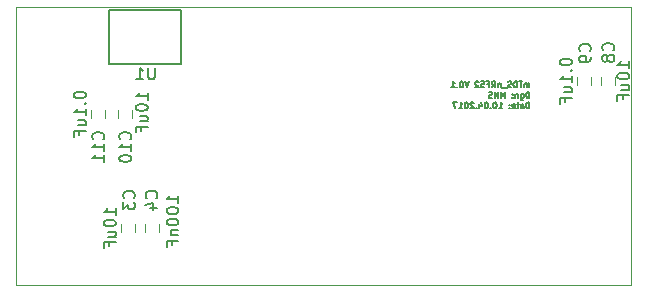
<source format=gbr>
G04 #@! TF.FileFunction,Legend,Bot*
%FSLAX46Y46*%
G04 Gerber Fmt 4.6, Leading zero omitted, Abs format (unit mm)*
G04 Created by KiCad (PCBNEW 4.0.3-stable) date 10/04/17 18:30:16*
%MOMM*%
%LPD*%
G01*
G04 APERTURE LIST*
%ADD10C,0.152400*%
%ADD11C,0.025400*%
%ADD12C,0.127000*%
%ADD13C,0.120000*%
%ADD14C,0.150000*%
G04 APERTURE END LIST*
D10*
D11*
X200025000Y-81915000D02*
X147955000Y-81915000D01*
X200025000Y-105410000D02*
X200025000Y-81915000D01*
X147955000Y-105410000D02*
X200025000Y-105410000D01*
X147955000Y-81915000D02*
X147955000Y-105410000D01*
D12*
X191458548Y-88685310D02*
X191458548Y-88346643D01*
X191458548Y-88395024D02*
X191434357Y-88370833D01*
X191385976Y-88346643D01*
X191313405Y-88346643D01*
X191265024Y-88370833D01*
X191240833Y-88419214D01*
X191240833Y-88685310D01*
X191240833Y-88419214D02*
X191216643Y-88370833D01*
X191168262Y-88346643D01*
X191095690Y-88346643D01*
X191047310Y-88370833D01*
X191023119Y-88419214D01*
X191023119Y-88685310D01*
X190853786Y-88177310D02*
X190563500Y-88177310D01*
X190708643Y-88685310D02*
X190708643Y-88177310D01*
X190394167Y-88685310D02*
X190394167Y-88177310D01*
X190273214Y-88177310D01*
X190200643Y-88201500D01*
X190152262Y-88249881D01*
X190128071Y-88298262D01*
X190103881Y-88395024D01*
X190103881Y-88467595D01*
X190128071Y-88564357D01*
X190152262Y-88612738D01*
X190200643Y-88661119D01*
X190273214Y-88685310D01*
X190394167Y-88685310D01*
X189910357Y-88661119D02*
X189837786Y-88685310D01*
X189716833Y-88685310D01*
X189668452Y-88661119D01*
X189644262Y-88636929D01*
X189620071Y-88588548D01*
X189620071Y-88540167D01*
X189644262Y-88491786D01*
X189668452Y-88467595D01*
X189716833Y-88443405D01*
X189813595Y-88419214D01*
X189861976Y-88395024D01*
X189886167Y-88370833D01*
X189910357Y-88322452D01*
X189910357Y-88274071D01*
X189886167Y-88225690D01*
X189861976Y-88201500D01*
X189813595Y-88177310D01*
X189692643Y-88177310D01*
X189620071Y-88201500D01*
X189523309Y-88733690D02*
X189136261Y-88733690D01*
X189015309Y-88346643D02*
X189015309Y-88685310D01*
X189015309Y-88395024D02*
X188991118Y-88370833D01*
X188942737Y-88346643D01*
X188870166Y-88346643D01*
X188821785Y-88370833D01*
X188797594Y-88419214D01*
X188797594Y-88685310D01*
X188265404Y-88685310D02*
X188434737Y-88443405D01*
X188555690Y-88685310D02*
X188555690Y-88177310D01*
X188362166Y-88177310D01*
X188313785Y-88201500D01*
X188289594Y-88225690D01*
X188265404Y-88274071D01*
X188265404Y-88346643D01*
X188289594Y-88395024D01*
X188313785Y-88419214D01*
X188362166Y-88443405D01*
X188555690Y-88443405D01*
X187878356Y-88419214D02*
X188047690Y-88419214D01*
X188047690Y-88685310D02*
X188047690Y-88177310D01*
X187805785Y-88177310D01*
X187370356Y-88177310D02*
X187612261Y-88177310D01*
X187636451Y-88419214D01*
X187612261Y-88395024D01*
X187563880Y-88370833D01*
X187442927Y-88370833D01*
X187394546Y-88395024D01*
X187370356Y-88419214D01*
X187346165Y-88467595D01*
X187346165Y-88588548D01*
X187370356Y-88636929D01*
X187394546Y-88661119D01*
X187442927Y-88685310D01*
X187563880Y-88685310D01*
X187612261Y-88661119D01*
X187636451Y-88636929D01*
X187152641Y-88225690D02*
X187128451Y-88201500D01*
X187080070Y-88177310D01*
X186959117Y-88177310D01*
X186910736Y-88201500D01*
X186886546Y-88225690D01*
X186862355Y-88274071D01*
X186862355Y-88322452D01*
X186886546Y-88395024D01*
X187176832Y-88685310D01*
X186862355Y-88685310D01*
X186330164Y-88177310D02*
X186160831Y-88685310D01*
X185991497Y-88177310D01*
X185725402Y-88177310D02*
X185677021Y-88177310D01*
X185628640Y-88201500D01*
X185604449Y-88225690D01*
X185580259Y-88274071D01*
X185556068Y-88370833D01*
X185556068Y-88491786D01*
X185580259Y-88588548D01*
X185604449Y-88636929D01*
X185628640Y-88661119D01*
X185677021Y-88685310D01*
X185725402Y-88685310D01*
X185773783Y-88661119D01*
X185797973Y-88636929D01*
X185822164Y-88588548D01*
X185846354Y-88491786D01*
X185846354Y-88370833D01*
X185822164Y-88274071D01*
X185797973Y-88225690D01*
X185773783Y-88201500D01*
X185725402Y-88177310D01*
X185338354Y-88636929D02*
X185314163Y-88661119D01*
X185338354Y-88685310D01*
X185362544Y-88661119D01*
X185338354Y-88636929D01*
X185338354Y-88685310D01*
X184830353Y-88685310D02*
X185120639Y-88685310D01*
X184975496Y-88685310D02*
X184975496Y-88177310D01*
X185023877Y-88249881D01*
X185072258Y-88298262D01*
X185120639Y-88322452D01*
X191458548Y-89574310D02*
X191458548Y-89066310D01*
X191337595Y-89066310D01*
X191265024Y-89090500D01*
X191216643Y-89138881D01*
X191192452Y-89187262D01*
X191168262Y-89284024D01*
X191168262Y-89356595D01*
X191192452Y-89453357D01*
X191216643Y-89501738D01*
X191265024Y-89550119D01*
X191337595Y-89574310D01*
X191458548Y-89574310D01*
X190732833Y-89235643D02*
X190732833Y-89646881D01*
X190757024Y-89695262D01*
X190781214Y-89719452D01*
X190829595Y-89743643D01*
X190902167Y-89743643D01*
X190950548Y-89719452D01*
X190732833Y-89550119D02*
X190781214Y-89574310D01*
X190877976Y-89574310D01*
X190926357Y-89550119D01*
X190950548Y-89525929D01*
X190974738Y-89477548D01*
X190974738Y-89332405D01*
X190950548Y-89284024D01*
X190926357Y-89259833D01*
X190877976Y-89235643D01*
X190781214Y-89235643D01*
X190732833Y-89259833D01*
X190490929Y-89235643D02*
X190490929Y-89574310D01*
X190490929Y-89284024D02*
X190466738Y-89259833D01*
X190418357Y-89235643D01*
X190345786Y-89235643D01*
X190297405Y-89259833D01*
X190273214Y-89308214D01*
X190273214Y-89574310D01*
X190031310Y-89525929D02*
X190007119Y-89550119D01*
X190031310Y-89574310D01*
X190055500Y-89550119D01*
X190031310Y-89525929D01*
X190031310Y-89574310D01*
X190031310Y-89259833D02*
X190007119Y-89284024D01*
X190031310Y-89308214D01*
X190055500Y-89284024D01*
X190031310Y-89259833D01*
X190031310Y-89308214D01*
X189402357Y-89574310D02*
X189402357Y-89066310D01*
X189233023Y-89429167D01*
X189063690Y-89066310D01*
X189063690Y-89574310D01*
X188821786Y-89574310D02*
X188821786Y-89066310D01*
X188531500Y-89574310D01*
X188531500Y-89066310D01*
X188313786Y-89550119D02*
X188241215Y-89574310D01*
X188120262Y-89574310D01*
X188071881Y-89550119D01*
X188047691Y-89525929D01*
X188023500Y-89477548D01*
X188023500Y-89429167D01*
X188047691Y-89380786D01*
X188071881Y-89356595D01*
X188120262Y-89332405D01*
X188217024Y-89308214D01*
X188265405Y-89284024D01*
X188289596Y-89259833D01*
X188313786Y-89211452D01*
X188313786Y-89163071D01*
X188289596Y-89114690D01*
X188265405Y-89090500D01*
X188217024Y-89066310D01*
X188096072Y-89066310D01*
X188023500Y-89090500D01*
X191458548Y-90463310D02*
X191458548Y-89955310D01*
X191337595Y-89955310D01*
X191265024Y-89979500D01*
X191216643Y-90027881D01*
X191192452Y-90076262D01*
X191168262Y-90173024D01*
X191168262Y-90245595D01*
X191192452Y-90342357D01*
X191216643Y-90390738D01*
X191265024Y-90439119D01*
X191337595Y-90463310D01*
X191458548Y-90463310D01*
X190732833Y-90463310D02*
X190732833Y-90197214D01*
X190757024Y-90148833D01*
X190805405Y-90124643D01*
X190902167Y-90124643D01*
X190950548Y-90148833D01*
X190732833Y-90439119D02*
X190781214Y-90463310D01*
X190902167Y-90463310D01*
X190950548Y-90439119D01*
X190974738Y-90390738D01*
X190974738Y-90342357D01*
X190950548Y-90293976D01*
X190902167Y-90269786D01*
X190781214Y-90269786D01*
X190732833Y-90245595D01*
X190563500Y-90124643D02*
X190369976Y-90124643D01*
X190490929Y-89955310D02*
X190490929Y-90390738D01*
X190466738Y-90439119D01*
X190418357Y-90463310D01*
X190369976Y-90463310D01*
X190007119Y-90439119D02*
X190055500Y-90463310D01*
X190152262Y-90463310D01*
X190200643Y-90439119D01*
X190224833Y-90390738D01*
X190224833Y-90197214D01*
X190200643Y-90148833D01*
X190152262Y-90124643D01*
X190055500Y-90124643D01*
X190007119Y-90148833D01*
X189982928Y-90197214D01*
X189982928Y-90245595D01*
X190224833Y-90293976D01*
X189765214Y-90414929D02*
X189741023Y-90439119D01*
X189765214Y-90463310D01*
X189789404Y-90439119D01*
X189765214Y-90414929D01*
X189765214Y-90463310D01*
X189765214Y-90148833D02*
X189741023Y-90173024D01*
X189765214Y-90197214D01*
X189789404Y-90173024D01*
X189765214Y-90148833D01*
X189765214Y-90197214D01*
X188870165Y-90463310D02*
X189160451Y-90463310D01*
X189015308Y-90463310D02*
X189015308Y-89955310D01*
X189063689Y-90027881D01*
X189112070Y-90076262D01*
X189160451Y-90100452D01*
X188555689Y-89955310D02*
X188507308Y-89955310D01*
X188458927Y-89979500D01*
X188434736Y-90003690D01*
X188410546Y-90052071D01*
X188386355Y-90148833D01*
X188386355Y-90269786D01*
X188410546Y-90366548D01*
X188434736Y-90414929D01*
X188458927Y-90439119D01*
X188507308Y-90463310D01*
X188555689Y-90463310D01*
X188604070Y-90439119D01*
X188628260Y-90414929D01*
X188652451Y-90366548D01*
X188676641Y-90269786D01*
X188676641Y-90148833D01*
X188652451Y-90052071D01*
X188628260Y-90003690D01*
X188604070Y-89979500D01*
X188555689Y-89955310D01*
X188168641Y-90414929D02*
X188144450Y-90439119D01*
X188168641Y-90463310D01*
X188192831Y-90439119D01*
X188168641Y-90414929D01*
X188168641Y-90463310D01*
X187829974Y-89955310D02*
X187781593Y-89955310D01*
X187733212Y-89979500D01*
X187709021Y-90003690D01*
X187684831Y-90052071D01*
X187660640Y-90148833D01*
X187660640Y-90269786D01*
X187684831Y-90366548D01*
X187709021Y-90414929D01*
X187733212Y-90439119D01*
X187781593Y-90463310D01*
X187829974Y-90463310D01*
X187878355Y-90439119D01*
X187902545Y-90414929D01*
X187926736Y-90366548D01*
X187950926Y-90269786D01*
X187950926Y-90148833D01*
X187926736Y-90052071D01*
X187902545Y-90003690D01*
X187878355Y-89979500D01*
X187829974Y-89955310D01*
X187225211Y-90124643D02*
X187225211Y-90463310D01*
X187346164Y-89931119D02*
X187467116Y-90293976D01*
X187152640Y-90293976D01*
X186959116Y-90414929D02*
X186934925Y-90439119D01*
X186959116Y-90463310D01*
X186983306Y-90439119D01*
X186959116Y-90414929D01*
X186959116Y-90463310D01*
X186741401Y-90003690D02*
X186717211Y-89979500D01*
X186668830Y-89955310D01*
X186547877Y-89955310D01*
X186499496Y-89979500D01*
X186475306Y-90003690D01*
X186451115Y-90052071D01*
X186451115Y-90100452D01*
X186475306Y-90173024D01*
X186765592Y-90463310D01*
X186451115Y-90463310D01*
X186136639Y-89955310D02*
X186088258Y-89955310D01*
X186039877Y-89979500D01*
X186015686Y-90003690D01*
X185991496Y-90052071D01*
X185967305Y-90148833D01*
X185967305Y-90269786D01*
X185991496Y-90366548D01*
X186015686Y-90414929D01*
X186039877Y-90439119D01*
X186088258Y-90463310D01*
X186136639Y-90463310D01*
X186185020Y-90439119D01*
X186209210Y-90414929D01*
X186233401Y-90366548D01*
X186257591Y-90269786D01*
X186257591Y-90148833D01*
X186233401Y-90052071D01*
X186209210Y-90003690D01*
X186185020Y-89979500D01*
X186136639Y-89955310D01*
X185483495Y-90463310D02*
X185773781Y-90463310D01*
X185628638Y-90463310D02*
X185628638Y-89955310D01*
X185677019Y-90027881D01*
X185725400Y-90076262D01*
X185773781Y-90100452D01*
X185314162Y-89955310D02*
X184975495Y-89955310D01*
X185193209Y-90463310D01*
D13*
X156880000Y-100234000D02*
X156880000Y-100934000D01*
X158080000Y-100934000D02*
X158080000Y-100234000D01*
X158912000Y-100234000D02*
X158912000Y-100934000D01*
X160112000Y-100934000D02*
X160112000Y-100234000D01*
X197520000Y-87788000D02*
X197520000Y-88488000D01*
X198720000Y-88488000D02*
X198720000Y-87788000D01*
X195488000Y-87788000D02*
X195488000Y-88488000D01*
X196688000Y-88488000D02*
X196688000Y-87788000D01*
X156626000Y-90582000D02*
X156626000Y-91282000D01*
X157826000Y-91282000D02*
X157826000Y-90582000D01*
X154340000Y-90582000D02*
X154340000Y-91282000D01*
X155540000Y-91282000D02*
X155540000Y-90582000D01*
D14*
X161925000Y-86741000D02*
X155829000Y-86741000D01*
X155829000Y-86741000D02*
X155829000Y-82169000D01*
X155829000Y-82169000D02*
X161925000Y-82169000D01*
X161925000Y-82169000D02*
X161925000Y-86741000D01*
X157964143Y-98067834D02*
X158011762Y-98020215D01*
X158059381Y-97877358D01*
X158059381Y-97782120D01*
X158011762Y-97639262D01*
X157916524Y-97544024D01*
X157821286Y-97496405D01*
X157630810Y-97448786D01*
X157487952Y-97448786D01*
X157297476Y-97496405D01*
X157202238Y-97544024D01*
X157107000Y-97639262D01*
X157059381Y-97782120D01*
X157059381Y-97877358D01*
X157107000Y-98020215D01*
X157154619Y-98067834D01*
X157059381Y-98401167D02*
X157059381Y-99020215D01*
X157440333Y-98686881D01*
X157440333Y-98829739D01*
X157487952Y-98924977D01*
X157535571Y-98972596D01*
X157630810Y-99020215D01*
X157868905Y-99020215D01*
X157964143Y-98972596D01*
X158011762Y-98924977D01*
X158059381Y-98829739D01*
X158059381Y-98544024D01*
X158011762Y-98448786D01*
X157964143Y-98401167D01*
X156432381Y-99512572D02*
X156432381Y-98941143D01*
X156432381Y-99226857D02*
X155432381Y-99226857D01*
X155575238Y-99131619D01*
X155670476Y-99036381D01*
X155718095Y-98941143D01*
X155432381Y-100131619D02*
X155432381Y-100226858D01*
X155480000Y-100322096D01*
X155527619Y-100369715D01*
X155622857Y-100417334D01*
X155813333Y-100464953D01*
X156051429Y-100464953D01*
X156241905Y-100417334D01*
X156337143Y-100369715D01*
X156384762Y-100322096D01*
X156432381Y-100226858D01*
X156432381Y-100131619D01*
X156384762Y-100036381D01*
X156337143Y-99988762D01*
X156241905Y-99941143D01*
X156051429Y-99893524D01*
X155813333Y-99893524D01*
X155622857Y-99941143D01*
X155527619Y-99988762D01*
X155480000Y-100036381D01*
X155432381Y-100131619D01*
X155765714Y-101322096D02*
X156432381Y-101322096D01*
X155765714Y-100893524D02*
X156289524Y-100893524D01*
X156384762Y-100941143D01*
X156432381Y-101036381D01*
X156432381Y-101179239D01*
X156384762Y-101274477D01*
X156337143Y-101322096D01*
X155908571Y-102131620D02*
X155908571Y-101798286D01*
X156432381Y-101798286D02*
X155432381Y-101798286D01*
X155432381Y-102274477D01*
X159869143Y-98067834D02*
X159916762Y-98020215D01*
X159964381Y-97877358D01*
X159964381Y-97782120D01*
X159916762Y-97639262D01*
X159821524Y-97544024D01*
X159726286Y-97496405D01*
X159535810Y-97448786D01*
X159392952Y-97448786D01*
X159202476Y-97496405D01*
X159107238Y-97544024D01*
X159012000Y-97639262D01*
X158964381Y-97782120D01*
X158964381Y-97877358D01*
X159012000Y-98020215D01*
X159059619Y-98067834D01*
X159297714Y-98924977D02*
X159964381Y-98924977D01*
X158916762Y-98686881D02*
X159631048Y-98448786D01*
X159631048Y-99067834D01*
X161742381Y-98464881D02*
X161742381Y-97893452D01*
X161742381Y-98179166D02*
X160742381Y-98179166D01*
X160885238Y-98083928D01*
X160980476Y-97988690D01*
X161028095Y-97893452D01*
X160742381Y-99083928D02*
X160742381Y-99179167D01*
X160790000Y-99274405D01*
X160837619Y-99322024D01*
X160932857Y-99369643D01*
X161123333Y-99417262D01*
X161361429Y-99417262D01*
X161551905Y-99369643D01*
X161647143Y-99322024D01*
X161694762Y-99274405D01*
X161742381Y-99179167D01*
X161742381Y-99083928D01*
X161694762Y-98988690D01*
X161647143Y-98941071D01*
X161551905Y-98893452D01*
X161361429Y-98845833D01*
X161123333Y-98845833D01*
X160932857Y-98893452D01*
X160837619Y-98941071D01*
X160790000Y-98988690D01*
X160742381Y-99083928D01*
X160742381Y-100036309D02*
X160742381Y-100131548D01*
X160790000Y-100226786D01*
X160837619Y-100274405D01*
X160932857Y-100322024D01*
X161123333Y-100369643D01*
X161361429Y-100369643D01*
X161551905Y-100322024D01*
X161647143Y-100274405D01*
X161694762Y-100226786D01*
X161742381Y-100131548D01*
X161742381Y-100036309D01*
X161694762Y-99941071D01*
X161647143Y-99893452D01*
X161551905Y-99845833D01*
X161361429Y-99798214D01*
X161123333Y-99798214D01*
X160932857Y-99845833D01*
X160837619Y-99893452D01*
X160790000Y-99941071D01*
X160742381Y-100036309D01*
X161075714Y-100798214D02*
X161742381Y-100798214D01*
X161170952Y-100798214D02*
X161123333Y-100845833D01*
X161075714Y-100941071D01*
X161075714Y-101083929D01*
X161123333Y-101179167D01*
X161218571Y-101226786D01*
X161742381Y-101226786D01*
X161218571Y-102036310D02*
X161218571Y-101702976D01*
X161742381Y-101702976D02*
X160742381Y-101702976D01*
X160742381Y-102179167D01*
X198540643Y-85558334D02*
X198588262Y-85510715D01*
X198635881Y-85367858D01*
X198635881Y-85272620D01*
X198588262Y-85129762D01*
X198493024Y-85034524D01*
X198397786Y-84986905D01*
X198207310Y-84939286D01*
X198064452Y-84939286D01*
X197873976Y-84986905D01*
X197778738Y-85034524D01*
X197683500Y-85129762D01*
X197635881Y-85272620D01*
X197635881Y-85367858D01*
X197683500Y-85510715D01*
X197731119Y-85558334D01*
X198064452Y-86129762D02*
X198016833Y-86034524D01*
X197969214Y-85986905D01*
X197873976Y-85939286D01*
X197826357Y-85939286D01*
X197731119Y-85986905D01*
X197683500Y-86034524D01*
X197635881Y-86129762D01*
X197635881Y-86320239D01*
X197683500Y-86415477D01*
X197731119Y-86463096D01*
X197826357Y-86510715D01*
X197873976Y-86510715D01*
X197969214Y-86463096D01*
X198016833Y-86415477D01*
X198064452Y-86320239D01*
X198064452Y-86129762D01*
X198112071Y-86034524D01*
X198159690Y-85986905D01*
X198254929Y-85939286D01*
X198445405Y-85939286D01*
X198540643Y-85986905D01*
X198588262Y-86034524D01*
X198635881Y-86129762D01*
X198635881Y-86320239D01*
X198588262Y-86415477D01*
X198540643Y-86463096D01*
X198445405Y-86510715D01*
X198254929Y-86510715D01*
X198159690Y-86463096D01*
X198112071Y-86415477D01*
X198064452Y-86320239D01*
X199905881Y-87066572D02*
X199905881Y-86495143D01*
X199905881Y-86780857D02*
X198905881Y-86780857D01*
X199048738Y-86685619D01*
X199143976Y-86590381D01*
X199191595Y-86495143D01*
X198905881Y-87685619D02*
X198905881Y-87780858D01*
X198953500Y-87876096D01*
X199001119Y-87923715D01*
X199096357Y-87971334D01*
X199286833Y-88018953D01*
X199524929Y-88018953D01*
X199715405Y-87971334D01*
X199810643Y-87923715D01*
X199858262Y-87876096D01*
X199905881Y-87780858D01*
X199905881Y-87685619D01*
X199858262Y-87590381D01*
X199810643Y-87542762D01*
X199715405Y-87495143D01*
X199524929Y-87447524D01*
X199286833Y-87447524D01*
X199096357Y-87495143D01*
X199001119Y-87542762D01*
X198953500Y-87590381D01*
X198905881Y-87685619D01*
X199239214Y-88876096D02*
X199905881Y-88876096D01*
X199239214Y-88447524D02*
X199763024Y-88447524D01*
X199858262Y-88495143D01*
X199905881Y-88590381D01*
X199905881Y-88733239D01*
X199858262Y-88828477D01*
X199810643Y-88876096D01*
X199382071Y-89685620D02*
X199382071Y-89352286D01*
X199905881Y-89352286D02*
X198905881Y-89352286D01*
X198905881Y-89828477D01*
X196572143Y-85621834D02*
X196619762Y-85574215D01*
X196667381Y-85431358D01*
X196667381Y-85336120D01*
X196619762Y-85193262D01*
X196524524Y-85098024D01*
X196429286Y-85050405D01*
X196238810Y-85002786D01*
X196095952Y-85002786D01*
X195905476Y-85050405D01*
X195810238Y-85098024D01*
X195715000Y-85193262D01*
X195667381Y-85336120D01*
X195667381Y-85431358D01*
X195715000Y-85574215D01*
X195762619Y-85621834D01*
X196667381Y-86098024D02*
X196667381Y-86288500D01*
X196619762Y-86383739D01*
X196572143Y-86431358D01*
X196429286Y-86526596D01*
X196238810Y-86574215D01*
X195857857Y-86574215D01*
X195762619Y-86526596D01*
X195715000Y-86478977D01*
X195667381Y-86383739D01*
X195667381Y-86193262D01*
X195715000Y-86098024D01*
X195762619Y-86050405D01*
X195857857Y-86002786D01*
X196095952Y-86002786D01*
X196191190Y-86050405D01*
X196238810Y-86098024D01*
X196286429Y-86193262D01*
X196286429Y-86383739D01*
X196238810Y-86478977D01*
X196191190Y-86526596D01*
X196095952Y-86574215D01*
X194040381Y-86495143D02*
X194040381Y-86590382D01*
X194088000Y-86685620D01*
X194135619Y-86733239D01*
X194230857Y-86780858D01*
X194421333Y-86828477D01*
X194659429Y-86828477D01*
X194849905Y-86780858D01*
X194945143Y-86733239D01*
X194992762Y-86685620D01*
X195040381Y-86590382D01*
X195040381Y-86495143D01*
X194992762Y-86399905D01*
X194945143Y-86352286D01*
X194849905Y-86304667D01*
X194659429Y-86257048D01*
X194421333Y-86257048D01*
X194230857Y-86304667D01*
X194135619Y-86352286D01*
X194088000Y-86399905D01*
X194040381Y-86495143D01*
X194945143Y-87257048D02*
X194992762Y-87304667D01*
X195040381Y-87257048D01*
X194992762Y-87209429D01*
X194945143Y-87257048D01*
X195040381Y-87257048D01*
X195040381Y-88257048D02*
X195040381Y-87685619D01*
X195040381Y-87971333D02*
X194040381Y-87971333D01*
X194183238Y-87876095D01*
X194278476Y-87780857D01*
X194326095Y-87685619D01*
X194373714Y-89114191D02*
X195040381Y-89114191D01*
X194373714Y-88685619D02*
X194897524Y-88685619D01*
X194992762Y-88733238D01*
X195040381Y-88828476D01*
X195040381Y-88971334D01*
X194992762Y-89066572D01*
X194945143Y-89114191D01*
X194516571Y-89923715D02*
X194516571Y-89590381D01*
X195040381Y-89590381D02*
X194040381Y-89590381D01*
X194040381Y-90066572D01*
X157646643Y-93083143D02*
X157694262Y-93035524D01*
X157741881Y-92892667D01*
X157741881Y-92797429D01*
X157694262Y-92654571D01*
X157599024Y-92559333D01*
X157503786Y-92511714D01*
X157313310Y-92464095D01*
X157170452Y-92464095D01*
X156979976Y-92511714D01*
X156884738Y-92559333D01*
X156789500Y-92654571D01*
X156741881Y-92797429D01*
X156741881Y-92892667D01*
X156789500Y-93035524D01*
X156837119Y-93083143D01*
X157741881Y-94035524D02*
X157741881Y-93464095D01*
X157741881Y-93749809D02*
X156741881Y-93749809D01*
X156884738Y-93654571D01*
X156979976Y-93559333D01*
X157027595Y-93464095D01*
X156741881Y-94654571D02*
X156741881Y-94749810D01*
X156789500Y-94845048D01*
X156837119Y-94892667D01*
X156932357Y-94940286D01*
X157122833Y-94987905D01*
X157360929Y-94987905D01*
X157551405Y-94940286D01*
X157646643Y-94892667D01*
X157694262Y-94845048D01*
X157741881Y-94749810D01*
X157741881Y-94654571D01*
X157694262Y-94559333D01*
X157646643Y-94511714D01*
X157551405Y-94464095D01*
X157360929Y-94416476D01*
X157122833Y-94416476D01*
X156932357Y-94464095D01*
X156837119Y-94511714D01*
X156789500Y-94559333D01*
X156741881Y-94654571D01*
X159138881Y-89733572D02*
X159138881Y-89162143D01*
X159138881Y-89447857D02*
X158138881Y-89447857D01*
X158281738Y-89352619D01*
X158376976Y-89257381D01*
X158424595Y-89162143D01*
X158138881Y-90352619D02*
X158138881Y-90447858D01*
X158186500Y-90543096D01*
X158234119Y-90590715D01*
X158329357Y-90638334D01*
X158519833Y-90685953D01*
X158757929Y-90685953D01*
X158948405Y-90638334D01*
X159043643Y-90590715D01*
X159091262Y-90543096D01*
X159138881Y-90447858D01*
X159138881Y-90352619D01*
X159091262Y-90257381D01*
X159043643Y-90209762D01*
X158948405Y-90162143D01*
X158757929Y-90114524D01*
X158519833Y-90114524D01*
X158329357Y-90162143D01*
X158234119Y-90209762D01*
X158186500Y-90257381D01*
X158138881Y-90352619D01*
X158472214Y-91543096D02*
X159138881Y-91543096D01*
X158472214Y-91114524D02*
X158996024Y-91114524D01*
X159091262Y-91162143D01*
X159138881Y-91257381D01*
X159138881Y-91400239D01*
X159091262Y-91495477D01*
X159043643Y-91543096D01*
X158615071Y-92352620D02*
X158615071Y-92019286D01*
X159138881Y-92019286D02*
X158138881Y-92019286D01*
X158138881Y-92495477D01*
X155360643Y-93083143D02*
X155408262Y-93035524D01*
X155455881Y-92892667D01*
X155455881Y-92797429D01*
X155408262Y-92654571D01*
X155313024Y-92559333D01*
X155217786Y-92511714D01*
X155027310Y-92464095D01*
X154884452Y-92464095D01*
X154693976Y-92511714D01*
X154598738Y-92559333D01*
X154503500Y-92654571D01*
X154455881Y-92797429D01*
X154455881Y-92892667D01*
X154503500Y-93035524D01*
X154551119Y-93083143D01*
X155455881Y-94035524D02*
X155455881Y-93464095D01*
X155455881Y-93749809D02*
X154455881Y-93749809D01*
X154598738Y-93654571D01*
X154693976Y-93559333D01*
X154741595Y-93464095D01*
X155455881Y-94987905D02*
X155455881Y-94416476D01*
X155455881Y-94702190D02*
X154455881Y-94702190D01*
X154598738Y-94606952D01*
X154693976Y-94511714D01*
X154741595Y-94416476D01*
X152892381Y-89289143D02*
X152892381Y-89384382D01*
X152940000Y-89479620D01*
X152987619Y-89527239D01*
X153082857Y-89574858D01*
X153273333Y-89622477D01*
X153511429Y-89622477D01*
X153701905Y-89574858D01*
X153797143Y-89527239D01*
X153844762Y-89479620D01*
X153892381Y-89384382D01*
X153892381Y-89289143D01*
X153844762Y-89193905D01*
X153797143Y-89146286D01*
X153701905Y-89098667D01*
X153511429Y-89051048D01*
X153273333Y-89051048D01*
X153082857Y-89098667D01*
X152987619Y-89146286D01*
X152940000Y-89193905D01*
X152892381Y-89289143D01*
X153797143Y-90051048D02*
X153844762Y-90098667D01*
X153892381Y-90051048D01*
X153844762Y-90003429D01*
X153797143Y-90051048D01*
X153892381Y-90051048D01*
X153892381Y-91051048D02*
X153892381Y-90479619D01*
X153892381Y-90765333D02*
X152892381Y-90765333D01*
X153035238Y-90670095D01*
X153130476Y-90574857D01*
X153178095Y-90479619D01*
X153225714Y-91908191D02*
X153892381Y-91908191D01*
X153225714Y-91479619D02*
X153749524Y-91479619D01*
X153844762Y-91527238D01*
X153892381Y-91622476D01*
X153892381Y-91765334D01*
X153844762Y-91860572D01*
X153797143Y-91908191D01*
X153368571Y-92717715D02*
X153368571Y-92384381D01*
X153892381Y-92384381D02*
X152892381Y-92384381D01*
X152892381Y-92860572D01*
X159765905Y-87018881D02*
X159765905Y-87828405D01*
X159718286Y-87923643D01*
X159670667Y-87971262D01*
X159575429Y-88018881D01*
X159384952Y-88018881D01*
X159289714Y-87971262D01*
X159242095Y-87923643D01*
X159194476Y-87828405D01*
X159194476Y-87018881D01*
X158194476Y-88018881D02*
X158765905Y-88018881D01*
X158480191Y-88018881D02*
X158480191Y-87018881D01*
X158575429Y-87161738D01*
X158670667Y-87256976D01*
X158765905Y-87304595D01*
M02*

</source>
